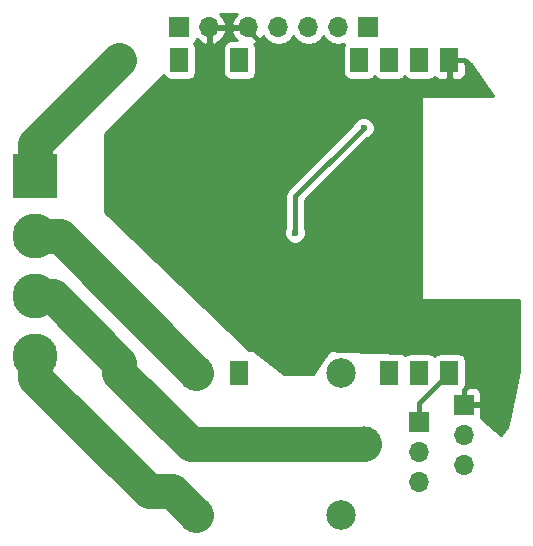
<source format=gtl>
G04 #@! TF.FileFunction,Copper,L1,Top,Signal*
%FSLAX46Y46*%
G04 Gerber Fmt 4.6, Leading zero omitted, Abs format (unit mm)*
G04 Created by KiCad (PCBNEW 4.0.6) date Thursday, 27 July 2017 21:49:40*
%MOMM*%
%LPD*%
G01*
G04 APERTURE LIST*
%ADD10C,0.100000*%
%ADD11C,2.500000*%
%ADD12C,3.000000*%
%ADD13C,3.810000*%
%ADD14R,3.810000X3.810000*%
%ADD15R,1.500000X2.030000*%
%ADD16R,1.700000X1.700000*%
%ADD17O,1.700000X1.700000*%
%ADD18C,0.600000*%
%ADD19C,0.400000*%
%ADD20C,3.000000*%
%ADD21C,0.254000*%
G04 APERTURE END LIST*
D10*
D11*
X145050000Y-102050000D03*
D12*
X132850000Y-102050000D03*
X132800000Y-114100000D03*
D11*
X145050000Y-114050000D03*
D12*
X147000000Y-108100000D03*
D13*
X119200000Y-90460000D03*
X119200000Y-95540000D03*
D14*
X119200000Y-85380000D03*
D13*
X119200000Y-100620000D03*
D15*
X126330000Y-75565000D03*
X131410000Y-75565000D03*
X136490000Y-75565000D03*
X146650000Y-75565000D03*
X149190000Y-75565000D03*
X151730000Y-75565000D03*
X154270000Y-75565000D03*
X126330000Y-102035000D03*
X136490000Y-102035000D03*
X149190000Y-102035000D03*
X151730000Y-102035000D03*
X154270000Y-102035000D03*
D16*
X131400000Y-72800000D03*
D17*
X133940000Y-72800000D03*
D16*
X147400000Y-72800000D03*
D17*
X144860000Y-72800000D03*
X142320000Y-72800000D03*
X139780000Y-72800000D03*
X137240000Y-72800000D03*
D16*
X151700000Y-106200000D03*
D17*
X151700000Y-108740000D03*
X151700000Y-111280000D03*
D16*
X155500000Y-104750000D03*
D17*
X155500000Y-107290000D03*
X155500000Y-109830000D03*
D18*
X147000000Y-81300000D03*
X141200000Y-90200000D03*
X141700000Y-100750000D03*
D19*
X141200000Y-87100000D02*
X147000000Y-81300000D01*
X141200000Y-90200000D02*
X141200000Y-87100000D01*
X154270000Y-102035000D02*
X154265000Y-102035000D01*
X154265000Y-102035000D02*
X151700000Y-104600000D01*
X151700000Y-104600000D02*
X151700000Y-106200000D01*
X154270000Y-102035000D02*
X154270000Y-102530000D01*
X154270000Y-75565000D02*
X155515000Y-75565000D01*
X155515000Y-75565000D02*
X156000000Y-76050000D01*
X155500000Y-104750000D02*
X155500000Y-103500000D01*
X155500000Y-103500000D02*
X155850000Y-103150000D01*
X137240000Y-72800000D02*
X137240000Y-72990000D01*
X137240000Y-72990000D02*
X139000000Y-74750000D01*
D20*
X120683142Y-95540000D02*
X126330000Y-101186858D01*
X119200000Y-95540000D02*
X120683142Y-95540000D01*
X147000000Y-108100000D02*
X132395000Y-108100000D01*
X132395000Y-108100000D02*
X126330000Y-102035000D01*
X126330000Y-101186858D02*
X126330000Y-102035000D01*
X119200000Y-90460000D02*
X121260000Y-90460000D01*
X121260000Y-90460000D02*
X132850000Y-102050000D01*
X119200000Y-85380000D02*
X119200000Y-82695000D01*
X119200000Y-82695000D02*
X126330000Y-75565000D01*
X119200000Y-102450000D02*
X128800000Y-112050000D01*
X130750000Y-112050000D02*
X132800000Y-114100000D01*
X128800000Y-112050000D02*
X130750000Y-112050000D01*
X119200000Y-100620000D02*
X119200000Y-102450000D01*
X119200000Y-100620000D02*
X119200000Y-102450000D01*
D21*
G36*
X136044817Y-71918642D02*
X135798514Y-72443108D01*
X135919181Y-72673000D01*
X137113000Y-72673000D01*
X137113000Y-72653000D01*
X137367000Y-72653000D01*
X137367000Y-72673000D01*
X137387000Y-72673000D01*
X137387000Y-72927000D01*
X137367000Y-72927000D01*
X137367000Y-72947000D01*
X137113000Y-72947000D01*
X137113000Y-72927000D01*
X135919181Y-72927000D01*
X135798514Y-73156892D01*
X136044817Y-73681358D01*
X136287540Y-73902560D01*
X135740000Y-73902560D01*
X135504683Y-73946838D01*
X135288559Y-74085910D01*
X135143569Y-74298110D01*
X135092560Y-74550000D01*
X135092560Y-76580000D01*
X135136838Y-76815317D01*
X135275910Y-77031441D01*
X135488110Y-77176431D01*
X135740000Y-77227440D01*
X137240000Y-77227440D01*
X137475317Y-77183162D01*
X137691441Y-77044090D01*
X137836431Y-76831890D01*
X137887440Y-76580000D01*
X137887440Y-74550000D01*
X137843162Y-74314683D01*
X137754143Y-74176344D01*
X138006924Y-74071645D01*
X138435183Y-73681358D01*
X138502298Y-73538447D01*
X138729946Y-73879147D01*
X139211715Y-74201054D01*
X139780000Y-74314093D01*
X140348285Y-74201054D01*
X140830054Y-73879147D01*
X141050000Y-73549974D01*
X141269946Y-73879147D01*
X141751715Y-74201054D01*
X142320000Y-74314093D01*
X142888285Y-74201054D01*
X143370054Y-73879147D01*
X143590000Y-73549974D01*
X143809946Y-73879147D01*
X144291715Y-74201054D01*
X144860000Y-74314093D01*
X145360699Y-74214498D01*
X145303569Y-74298110D01*
X145252560Y-74550000D01*
X145252560Y-76580000D01*
X145296838Y-76815317D01*
X145435910Y-77031441D01*
X145648110Y-77176431D01*
X145900000Y-77227440D01*
X147400000Y-77227440D01*
X147635317Y-77183162D01*
X147851441Y-77044090D01*
X147919734Y-76944140D01*
X147975910Y-77031441D01*
X148188110Y-77176431D01*
X148440000Y-77227440D01*
X149940000Y-77227440D01*
X150175317Y-77183162D01*
X150391441Y-77044090D01*
X150459734Y-76944140D01*
X150515910Y-77031441D01*
X150728110Y-77176431D01*
X150980000Y-77227440D01*
X152480000Y-77227440D01*
X152715317Y-77183162D01*
X152931441Y-77044090D01*
X152994205Y-76952231D01*
X153160302Y-77118327D01*
X153393691Y-77215000D01*
X153984250Y-77215000D01*
X154143000Y-77056250D01*
X154143000Y-75692000D01*
X154123000Y-75692000D01*
X154123000Y-75438000D01*
X154143000Y-75438000D01*
X154143000Y-75418000D01*
X154397000Y-75418000D01*
X154397000Y-75438000D01*
X154417000Y-75438000D01*
X154417000Y-75692000D01*
X154397000Y-75692000D01*
X154397000Y-77056250D01*
X154555750Y-77215000D01*
X155146309Y-77215000D01*
X155379698Y-77118327D01*
X155558327Y-76939699D01*
X155655000Y-76706310D01*
X155655000Y-75850750D01*
X155496252Y-75692002D01*
X155655000Y-75692002D01*
X155655000Y-75581401D01*
X156112744Y-75887256D01*
X157940710Y-78623000D01*
X152000000Y-78623000D01*
X151950590Y-78633006D01*
X151908965Y-78661447D01*
X151881685Y-78703841D01*
X151873000Y-78750000D01*
X151873000Y-95750000D01*
X151883006Y-95799410D01*
X151911447Y-95841035D01*
X151953841Y-95868315D01*
X152000000Y-95877000D01*
X160123000Y-95877000D01*
X160123000Y-101897782D01*
X159303300Y-106018690D01*
X159135679Y-106588602D01*
X158673305Y-107280594D01*
X156937571Y-105840814D01*
X156985000Y-105726310D01*
X156985000Y-105035750D01*
X156826250Y-104877000D01*
X155775639Y-104877000D01*
X155445317Y-104603000D01*
X155627000Y-104603000D01*
X155627000Y-104623000D01*
X156826250Y-104623000D01*
X156985000Y-104464250D01*
X156985000Y-103773690D01*
X156888327Y-103540301D01*
X156709698Y-103361673D01*
X156476309Y-103265000D01*
X155785750Y-103265000D01*
X155627002Y-103423748D01*
X155627002Y-103265000D01*
X155623901Y-103265000D01*
X155667440Y-103050000D01*
X155667440Y-101020000D01*
X155623162Y-100784683D01*
X155484090Y-100568559D01*
X155271890Y-100423569D01*
X155020000Y-100372560D01*
X153520000Y-100372560D01*
X153284683Y-100416838D01*
X153068559Y-100555910D01*
X153000266Y-100655860D01*
X152944090Y-100568559D01*
X152731890Y-100423569D01*
X152480000Y-100372560D01*
X150980000Y-100372560D01*
X150744683Y-100416838D01*
X150549827Y-100542225D01*
X150381082Y-100402252D01*
X150336664Y-100378407D01*
X150305158Y-100373105D01*
X145451853Y-100175816D01*
X145426595Y-100165328D01*
X145188741Y-100165121D01*
X144155158Y-100123105D01*
X144105383Y-100131095D01*
X144062637Y-100157822D01*
X144045958Y-100177170D01*
X143554104Y-100879818D01*
X143452907Y-100980839D01*
X143408458Y-101087885D01*
X142683877Y-102123000D01*
X140292333Y-102123000D01*
X137659533Y-100148400D01*
X137614001Y-100126759D01*
X137583333Y-100123000D01*
X137301063Y-100123000D01*
X127148854Y-90385167D01*
X140264838Y-90385167D01*
X140406883Y-90728943D01*
X140669673Y-90992192D01*
X141013201Y-91134838D01*
X141385167Y-91135162D01*
X141728943Y-90993117D01*
X141992192Y-90730327D01*
X142134838Y-90386799D01*
X142135162Y-90014833D01*
X142035000Y-89772422D01*
X142035000Y-87445868D01*
X147288333Y-82192535D01*
X147528943Y-82093117D01*
X147792192Y-81830327D01*
X147934838Y-81486799D01*
X147935162Y-81114833D01*
X147793117Y-80771057D01*
X147530327Y-80507808D01*
X147186799Y-80365162D01*
X146814833Y-80364838D01*
X146471057Y-80506883D01*
X146207808Y-80769673D01*
X146107222Y-81011910D01*
X140609566Y-86509566D01*
X140428561Y-86780459D01*
X140365000Y-87100000D01*
X140365000Y-89772766D01*
X140265162Y-90013201D01*
X140264838Y-90385167D01*
X127148854Y-90385167D01*
X125127000Y-88445838D01*
X125127000Y-81802606D01*
X130079332Y-76850274D01*
X130195910Y-77031441D01*
X130408110Y-77176431D01*
X130660000Y-77227440D01*
X132160000Y-77227440D01*
X132395317Y-77183162D01*
X132611441Y-77044090D01*
X132756431Y-76831890D01*
X132807440Y-76580000D01*
X132807440Y-74550000D01*
X132763162Y-74314683D01*
X132653808Y-74144741D01*
X132701441Y-74114090D01*
X132846431Y-73901890D01*
X132868301Y-73793893D01*
X133173076Y-74071645D01*
X133583110Y-74241476D01*
X133813000Y-74120155D01*
X133813000Y-72927000D01*
X134067000Y-72927000D01*
X134067000Y-74120155D01*
X134296890Y-74241476D01*
X134706924Y-74071645D01*
X135135183Y-73681358D01*
X135381486Y-73156892D01*
X135260819Y-72927000D01*
X134067000Y-72927000D01*
X133813000Y-72927000D01*
X133793000Y-72927000D01*
X133793000Y-72673000D01*
X133813000Y-72673000D01*
X133813000Y-72653000D01*
X134067000Y-72653000D01*
X134067000Y-72673000D01*
X135260819Y-72673000D01*
X135381486Y-72443108D01*
X135135183Y-71918642D01*
X134878809Y-71685000D01*
X136301191Y-71685000D01*
X136044817Y-71918642D01*
X136044817Y-71918642D01*
G37*
X136044817Y-71918642D02*
X135798514Y-72443108D01*
X135919181Y-72673000D01*
X137113000Y-72673000D01*
X137113000Y-72653000D01*
X137367000Y-72653000D01*
X137367000Y-72673000D01*
X137387000Y-72673000D01*
X137387000Y-72927000D01*
X137367000Y-72927000D01*
X137367000Y-72947000D01*
X137113000Y-72947000D01*
X137113000Y-72927000D01*
X135919181Y-72927000D01*
X135798514Y-73156892D01*
X136044817Y-73681358D01*
X136287540Y-73902560D01*
X135740000Y-73902560D01*
X135504683Y-73946838D01*
X135288559Y-74085910D01*
X135143569Y-74298110D01*
X135092560Y-74550000D01*
X135092560Y-76580000D01*
X135136838Y-76815317D01*
X135275910Y-77031441D01*
X135488110Y-77176431D01*
X135740000Y-77227440D01*
X137240000Y-77227440D01*
X137475317Y-77183162D01*
X137691441Y-77044090D01*
X137836431Y-76831890D01*
X137887440Y-76580000D01*
X137887440Y-74550000D01*
X137843162Y-74314683D01*
X137754143Y-74176344D01*
X138006924Y-74071645D01*
X138435183Y-73681358D01*
X138502298Y-73538447D01*
X138729946Y-73879147D01*
X139211715Y-74201054D01*
X139780000Y-74314093D01*
X140348285Y-74201054D01*
X140830054Y-73879147D01*
X141050000Y-73549974D01*
X141269946Y-73879147D01*
X141751715Y-74201054D01*
X142320000Y-74314093D01*
X142888285Y-74201054D01*
X143370054Y-73879147D01*
X143590000Y-73549974D01*
X143809946Y-73879147D01*
X144291715Y-74201054D01*
X144860000Y-74314093D01*
X145360699Y-74214498D01*
X145303569Y-74298110D01*
X145252560Y-74550000D01*
X145252560Y-76580000D01*
X145296838Y-76815317D01*
X145435910Y-77031441D01*
X145648110Y-77176431D01*
X145900000Y-77227440D01*
X147400000Y-77227440D01*
X147635317Y-77183162D01*
X147851441Y-77044090D01*
X147919734Y-76944140D01*
X147975910Y-77031441D01*
X148188110Y-77176431D01*
X148440000Y-77227440D01*
X149940000Y-77227440D01*
X150175317Y-77183162D01*
X150391441Y-77044090D01*
X150459734Y-76944140D01*
X150515910Y-77031441D01*
X150728110Y-77176431D01*
X150980000Y-77227440D01*
X152480000Y-77227440D01*
X152715317Y-77183162D01*
X152931441Y-77044090D01*
X152994205Y-76952231D01*
X153160302Y-77118327D01*
X153393691Y-77215000D01*
X153984250Y-77215000D01*
X154143000Y-77056250D01*
X154143000Y-75692000D01*
X154123000Y-75692000D01*
X154123000Y-75438000D01*
X154143000Y-75438000D01*
X154143000Y-75418000D01*
X154397000Y-75418000D01*
X154397000Y-75438000D01*
X154417000Y-75438000D01*
X154417000Y-75692000D01*
X154397000Y-75692000D01*
X154397000Y-77056250D01*
X154555750Y-77215000D01*
X155146309Y-77215000D01*
X155379698Y-77118327D01*
X155558327Y-76939699D01*
X155655000Y-76706310D01*
X155655000Y-75850750D01*
X155496252Y-75692002D01*
X155655000Y-75692002D01*
X155655000Y-75581401D01*
X156112744Y-75887256D01*
X157940710Y-78623000D01*
X152000000Y-78623000D01*
X151950590Y-78633006D01*
X151908965Y-78661447D01*
X151881685Y-78703841D01*
X151873000Y-78750000D01*
X151873000Y-95750000D01*
X151883006Y-95799410D01*
X151911447Y-95841035D01*
X151953841Y-95868315D01*
X152000000Y-95877000D01*
X160123000Y-95877000D01*
X160123000Y-101897782D01*
X159303300Y-106018690D01*
X159135679Y-106588602D01*
X158673305Y-107280594D01*
X156937571Y-105840814D01*
X156985000Y-105726310D01*
X156985000Y-105035750D01*
X156826250Y-104877000D01*
X155775639Y-104877000D01*
X155445317Y-104603000D01*
X155627000Y-104603000D01*
X155627000Y-104623000D01*
X156826250Y-104623000D01*
X156985000Y-104464250D01*
X156985000Y-103773690D01*
X156888327Y-103540301D01*
X156709698Y-103361673D01*
X156476309Y-103265000D01*
X155785750Y-103265000D01*
X155627002Y-103423748D01*
X155627002Y-103265000D01*
X155623901Y-103265000D01*
X155667440Y-103050000D01*
X155667440Y-101020000D01*
X155623162Y-100784683D01*
X155484090Y-100568559D01*
X155271890Y-100423569D01*
X155020000Y-100372560D01*
X153520000Y-100372560D01*
X153284683Y-100416838D01*
X153068559Y-100555910D01*
X153000266Y-100655860D01*
X152944090Y-100568559D01*
X152731890Y-100423569D01*
X152480000Y-100372560D01*
X150980000Y-100372560D01*
X150744683Y-100416838D01*
X150549827Y-100542225D01*
X150381082Y-100402252D01*
X150336664Y-100378407D01*
X150305158Y-100373105D01*
X145451853Y-100175816D01*
X145426595Y-100165328D01*
X145188741Y-100165121D01*
X144155158Y-100123105D01*
X144105383Y-100131095D01*
X144062637Y-100157822D01*
X144045958Y-100177170D01*
X143554104Y-100879818D01*
X143452907Y-100980839D01*
X143408458Y-101087885D01*
X142683877Y-102123000D01*
X140292333Y-102123000D01*
X137659533Y-100148400D01*
X137614001Y-100126759D01*
X137583333Y-100123000D01*
X137301063Y-100123000D01*
X127148854Y-90385167D01*
X140264838Y-90385167D01*
X140406883Y-90728943D01*
X140669673Y-90992192D01*
X141013201Y-91134838D01*
X141385167Y-91135162D01*
X141728943Y-90993117D01*
X141992192Y-90730327D01*
X142134838Y-90386799D01*
X142135162Y-90014833D01*
X142035000Y-89772422D01*
X142035000Y-87445868D01*
X147288333Y-82192535D01*
X147528943Y-82093117D01*
X147792192Y-81830327D01*
X147934838Y-81486799D01*
X147935162Y-81114833D01*
X147793117Y-80771057D01*
X147530327Y-80507808D01*
X147186799Y-80365162D01*
X146814833Y-80364838D01*
X146471057Y-80506883D01*
X146207808Y-80769673D01*
X146107222Y-81011910D01*
X140609566Y-86509566D01*
X140428561Y-86780459D01*
X140365000Y-87100000D01*
X140365000Y-89772766D01*
X140265162Y-90013201D01*
X140264838Y-90385167D01*
X127148854Y-90385167D01*
X125127000Y-88445838D01*
X125127000Y-81802606D01*
X130079332Y-76850274D01*
X130195910Y-77031441D01*
X130408110Y-77176431D01*
X130660000Y-77227440D01*
X132160000Y-77227440D01*
X132395317Y-77183162D01*
X132611441Y-77044090D01*
X132756431Y-76831890D01*
X132807440Y-76580000D01*
X132807440Y-74550000D01*
X132763162Y-74314683D01*
X132653808Y-74144741D01*
X132701441Y-74114090D01*
X132846431Y-73901890D01*
X132868301Y-73793893D01*
X133173076Y-74071645D01*
X133583110Y-74241476D01*
X133813000Y-74120155D01*
X133813000Y-72927000D01*
X134067000Y-72927000D01*
X134067000Y-74120155D01*
X134296890Y-74241476D01*
X134706924Y-74071645D01*
X135135183Y-73681358D01*
X135381486Y-73156892D01*
X135260819Y-72927000D01*
X134067000Y-72927000D01*
X133813000Y-72927000D01*
X133793000Y-72927000D01*
X133793000Y-72673000D01*
X133813000Y-72673000D01*
X133813000Y-72653000D01*
X134067000Y-72653000D01*
X134067000Y-72673000D01*
X135260819Y-72673000D01*
X135381486Y-72443108D01*
X135135183Y-71918642D01*
X134878809Y-71685000D01*
X136301191Y-71685000D01*
X136044817Y-71918642D01*
M02*

</source>
